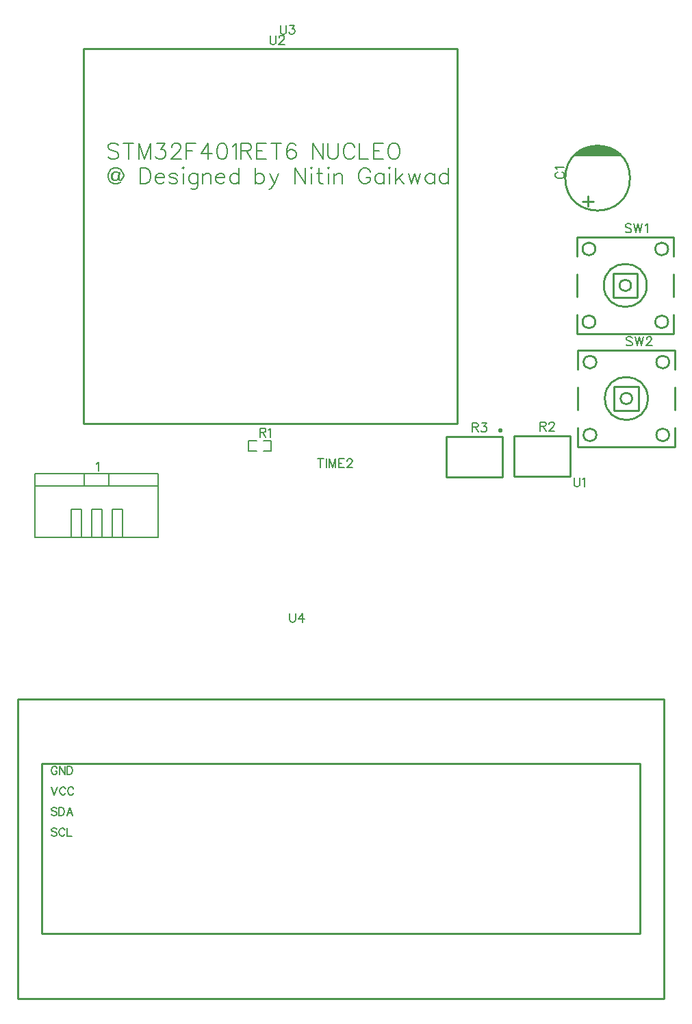
<source format=gto>
G04 Layer: TopSilkLayer*
G04 EasyEDA v6.4.25, 2021-10-17T04:34:47+09:00*
G04 29e239aed29846d893758c3e788ce2c8,c0f7d9c09faf4ba5b776d912e3b4b3b7,10*
G04 Gerber Generator version 0.2*
G04 Scale: 100 percent, Rotated: No, Reflected: No *
G04 Dimensions in millimeters *
G04 leading zeros omitted , absolute positions ,4 integer and 5 decimal *
%FSLAX45Y45*%
%MOMM*%

%ADD10C,0.2540*%
%ADD22C,0.1270*%
%ADD23C,0.1524*%
%ADD24C,0.2032*%

%LPD*%
D23*
X1943100Y7473187D02*
G01*
X1953513Y7478521D01*
X1969008Y7494015D01*
X1969008Y7385050D01*
X7644891Y11076178D02*
G01*
X7634477Y11070844D01*
X7624063Y11060429D01*
X7618984Y11050270D01*
X7618984Y11029442D01*
X7624063Y11019028D01*
X7634477Y11008613D01*
X7644891Y11003279D01*
X7660640Y10998200D01*
X7686547Y10998200D01*
X7702041Y11003279D01*
X7712456Y11008613D01*
X7722870Y11019028D01*
X7727950Y11029442D01*
X7727950Y11050270D01*
X7722870Y11060429D01*
X7712456Y11070844D01*
X7702041Y11076178D01*
X7639811Y11110468D02*
G01*
X7634477Y11120881D01*
X7618984Y11136376D01*
X7727950Y11136376D01*
X3962400Y7913115D02*
G01*
X3962400Y7804150D01*
X3962400Y7913115D02*
G01*
X4009136Y7913115D01*
X4024629Y7908036D01*
X4029963Y7902702D01*
X4035043Y7892287D01*
X4035043Y7881873D01*
X4029963Y7871460D01*
X4024629Y7866379D01*
X4009136Y7861300D01*
X3962400Y7861300D01*
X3998722Y7861300D02*
G01*
X4035043Y7804150D01*
X4069334Y7892287D02*
G01*
X4079747Y7897621D01*
X4095495Y7913115D01*
X4095495Y7804150D01*
X7429500Y7989315D02*
G01*
X7429500Y7880350D01*
X7429500Y7989315D02*
G01*
X7476236Y7989315D01*
X7491729Y7984236D01*
X7497063Y7978902D01*
X7502143Y7968487D01*
X7502143Y7958073D01*
X7497063Y7947660D01*
X7491729Y7942579D01*
X7476236Y7937500D01*
X7429500Y7937500D01*
X7465822Y7937500D02*
G01*
X7502143Y7880350D01*
X7541768Y7963408D02*
G01*
X7541768Y7968487D01*
X7546847Y7978902D01*
X7552181Y7984236D01*
X7562595Y7989315D01*
X7583170Y7989315D01*
X7593584Y7984236D01*
X7598918Y7978902D01*
X7603997Y7968487D01*
X7603997Y7958073D01*
X7598918Y7947660D01*
X7588504Y7932165D01*
X7536434Y7880350D01*
X7609331Y7880350D01*
X6591300Y7976615D02*
G01*
X6591300Y7867650D01*
X6591300Y7976615D02*
G01*
X6638036Y7976615D01*
X6653529Y7971536D01*
X6658863Y7966202D01*
X6663943Y7955787D01*
X6663943Y7945373D01*
X6658863Y7934960D01*
X6653529Y7929879D01*
X6638036Y7924800D01*
X6591300Y7924800D01*
X6627622Y7924800D02*
G01*
X6663943Y7867650D01*
X6708647Y7976615D02*
G01*
X6765797Y7976615D01*
X6734809Y7934960D01*
X6750304Y7934960D01*
X6760718Y7929879D01*
X6765797Y7924800D01*
X6771131Y7909052D01*
X6771131Y7898637D01*
X6765797Y7883144D01*
X6755384Y7872729D01*
X6739890Y7867650D01*
X6724395Y7867650D01*
X6708647Y7872729D01*
X6703568Y7877810D01*
X6698234Y7888223D01*
X8555951Y10423055D02*
G01*
X8545537Y10433469D01*
X8530043Y10438549D01*
X8509215Y10438549D01*
X8493721Y10433469D01*
X8483307Y10423055D01*
X8483307Y10412641D01*
X8488387Y10402227D01*
X8493721Y10396893D01*
X8504135Y10391813D01*
X8535377Y10381399D01*
X8545537Y10376319D01*
X8550871Y10370985D01*
X8555951Y10360571D01*
X8555951Y10345077D01*
X8545537Y10334663D01*
X8530043Y10329583D01*
X8509215Y10329583D01*
X8493721Y10334663D01*
X8483307Y10345077D01*
X8590241Y10438549D02*
G01*
X8616403Y10329583D01*
X8642311Y10438549D02*
G01*
X8616403Y10329583D01*
X8642311Y10438549D02*
G01*
X8668219Y10329583D01*
X8694127Y10438549D02*
G01*
X8668219Y10329583D01*
X8728417Y10417721D02*
G01*
X8738831Y10423055D01*
X8754579Y10438549D01*
X8754579Y10329583D01*
X8568651Y9026055D02*
G01*
X8558237Y9036469D01*
X8542743Y9041549D01*
X8521915Y9041549D01*
X8506421Y9036469D01*
X8496007Y9026055D01*
X8496007Y9015641D01*
X8501087Y9005227D01*
X8506421Y8999893D01*
X8516835Y8994813D01*
X8548077Y8984399D01*
X8558237Y8979319D01*
X8563571Y8973985D01*
X8568651Y8963571D01*
X8568651Y8948077D01*
X8558237Y8937663D01*
X8542743Y8932583D01*
X8521915Y8932583D01*
X8506421Y8937663D01*
X8496007Y8948077D01*
X8602941Y9041549D02*
G01*
X8629103Y8932583D01*
X8655011Y9041549D02*
G01*
X8629103Y8932583D01*
X8655011Y9041549D02*
G01*
X8680919Y8932583D01*
X8706827Y9041549D02*
G01*
X8680919Y8932583D01*
X8746451Y9015641D02*
G01*
X8746451Y9020721D01*
X8751531Y9031135D01*
X8756865Y9036469D01*
X8767279Y9041549D01*
X8788107Y9041549D01*
X8798267Y9036469D01*
X8803601Y9031135D01*
X8808681Y9020721D01*
X8808681Y9010307D01*
X8803601Y8999893D01*
X8793187Y8984399D01*
X8741117Y8932583D01*
X8814015Y8932583D01*
X4712919Y7534536D02*
G01*
X4712919Y7425570D01*
X4676597Y7534536D02*
G01*
X4749241Y7534536D01*
X4783531Y7534536D02*
G01*
X4783531Y7425570D01*
X4817821Y7534536D02*
G01*
X4817821Y7425570D01*
X4817821Y7534536D02*
G01*
X4859477Y7425570D01*
X4901133Y7534536D02*
G01*
X4859477Y7425570D01*
X4901133Y7534536D02*
G01*
X4901133Y7425570D01*
X4935423Y7534536D02*
G01*
X4935423Y7425570D01*
X4935423Y7534536D02*
G01*
X5002987Y7534536D01*
X4935423Y7482720D02*
G01*
X4976825Y7482720D01*
X4935423Y7425570D02*
G01*
X5002987Y7425570D01*
X5042357Y7508628D02*
G01*
X5042357Y7513708D01*
X5047437Y7524122D01*
X5052771Y7529456D01*
X5063185Y7534536D01*
X5084013Y7534536D01*
X5094427Y7529456D01*
X5099507Y7524122D01*
X5104587Y7513708D01*
X5104587Y7503294D01*
X5099507Y7492880D01*
X5089093Y7477386D01*
X5037277Y7425570D01*
X5109921Y7425570D01*
X7848600Y7303515D02*
G01*
X7848600Y7225537D01*
X7853679Y7210044D01*
X7864093Y7199629D01*
X7879841Y7194550D01*
X7890256Y7194550D01*
X7905750Y7199629D01*
X7916163Y7210044D01*
X7921243Y7225537D01*
X7921243Y7303515D01*
X7955534Y7282687D02*
G01*
X7965947Y7288021D01*
X7981695Y7303515D01*
X7981695Y7194550D01*
X4089400Y12764515D02*
G01*
X4089400Y12686537D01*
X4094479Y12671044D01*
X4104893Y12660629D01*
X4120641Y12655550D01*
X4131056Y12655550D01*
X4146550Y12660629D01*
X4156963Y12671044D01*
X4162043Y12686537D01*
X4162043Y12764515D01*
X4201668Y12738608D02*
G01*
X4201668Y12743687D01*
X4206747Y12754102D01*
X4212081Y12759436D01*
X4222495Y12764515D01*
X4243070Y12764515D01*
X4253484Y12759436D01*
X4258818Y12754102D01*
X4263897Y12743687D01*
X4263897Y12733274D01*
X4258818Y12722860D01*
X4248404Y12707365D01*
X4196334Y12655550D01*
X4269231Y12655550D01*
X4330700Y5627115D02*
G01*
X4330700Y5549137D01*
X4335779Y5533644D01*
X4346193Y5523229D01*
X4361941Y5518150D01*
X4372356Y5518150D01*
X4387850Y5523229D01*
X4398263Y5533644D01*
X4403343Y5549137D01*
X4403343Y5627115D01*
X4489704Y5627115D02*
G01*
X4437634Y5554471D01*
X4515611Y5554471D01*
X4489704Y5627115D02*
G01*
X4489704Y5518150D01*
D24*
X1449070Y2958845D02*
G01*
X1439671Y2967989D01*
X1425955Y2972815D01*
X1407413Y2972815D01*
X1393444Y2967989D01*
X1384300Y2958845D01*
X1384300Y2949702D01*
X1388871Y2940304D01*
X1393444Y2935731D01*
X1402842Y2931160D01*
X1430528Y2922015D01*
X1439671Y2917189D01*
X1444244Y2912618D01*
X1449070Y2903473D01*
X1449070Y2889504D01*
X1439671Y2880360D01*
X1425955Y2875787D01*
X1407413Y2875787D01*
X1393444Y2880360D01*
X1384300Y2889504D01*
X1548637Y2949702D02*
G01*
X1544065Y2958845D01*
X1534921Y2967989D01*
X1525523Y2972815D01*
X1507236Y2972815D01*
X1497837Y2967989D01*
X1488694Y2958845D01*
X1484121Y2949702D01*
X1479550Y2935731D01*
X1479550Y2912618D01*
X1484121Y2898902D01*
X1488694Y2889504D01*
X1497837Y2880360D01*
X1507236Y2875787D01*
X1525523Y2875787D01*
X1534921Y2880360D01*
X1544065Y2889504D01*
X1548637Y2898902D01*
X1579118Y2972815D02*
G01*
X1579118Y2875787D01*
X1579118Y2875787D02*
G01*
X1634489Y2875787D01*
X1449070Y3212845D02*
G01*
X1439671Y3221989D01*
X1425955Y3226815D01*
X1407413Y3226815D01*
X1393444Y3221989D01*
X1384300Y3212845D01*
X1384300Y3203702D01*
X1388871Y3194304D01*
X1393444Y3189731D01*
X1402842Y3185160D01*
X1430528Y3176015D01*
X1439671Y3171189D01*
X1444244Y3166618D01*
X1449070Y3157473D01*
X1449070Y3143504D01*
X1439671Y3134360D01*
X1425955Y3129787D01*
X1407413Y3129787D01*
X1393444Y3134360D01*
X1384300Y3143504D01*
X1479550Y3226815D02*
G01*
X1479550Y3129787D01*
X1479550Y3226815D02*
G01*
X1511807Y3226815D01*
X1525523Y3221989D01*
X1534921Y3212845D01*
X1539494Y3203702D01*
X1544065Y3189731D01*
X1544065Y3166618D01*
X1539494Y3152902D01*
X1534921Y3143504D01*
X1525523Y3134360D01*
X1511807Y3129787D01*
X1479550Y3129787D01*
X1611629Y3226815D02*
G01*
X1574545Y3129787D01*
X1611629Y3226815D02*
G01*
X1648460Y3129787D01*
X1588515Y3162045D02*
G01*
X1634489Y3162045D01*
X1384300Y3480815D02*
G01*
X1421129Y3383787D01*
X1458213Y3480815D02*
G01*
X1421129Y3383787D01*
X1558036Y3457702D02*
G01*
X1553210Y3466845D01*
X1544065Y3475989D01*
X1534921Y3480815D01*
X1516379Y3480815D01*
X1507236Y3475989D01*
X1497837Y3466845D01*
X1493265Y3457702D01*
X1488694Y3443731D01*
X1488694Y3420618D01*
X1493265Y3406902D01*
X1497837Y3397504D01*
X1507236Y3388360D01*
X1516379Y3383787D01*
X1534921Y3383787D01*
X1544065Y3388360D01*
X1553210Y3397504D01*
X1558036Y3406902D01*
X1657604Y3457702D02*
G01*
X1653031Y3466845D01*
X1643887Y3475989D01*
X1634489Y3480815D01*
X1616202Y3480815D01*
X1606804Y3475989D01*
X1597660Y3466845D01*
X1593087Y3457702D01*
X1588515Y3443731D01*
X1588515Y3420618D01*
X1593087Y3406902D01*
X1597660Y3397504D01*
X1606804Y3388360D01*
X1616202Y3383787D01*
X1634489Y3383787D01*
X1643887Y3388360D01*
X1653031Y3397504D01*
X1657604Y3406902D01*
X1453642Y3711702D02*
G01*
X1449070Y3720845D01*
X1439671Y3729989D01*
X1430528Y3734815D01*
X1411986Y3734815D01*
X1402842Y3729989D01*
X1393444Y3720845D01*
X1388871Y3711702D01*
X1384300Y3697731D01*
X1384300Y3674618D01*
X1388871Y3660902D01*
X1393444Y3651504D01*
X1402842Y3642360D01*
X1411986Y3637787D01*
X1430528Y3637787D01*
X1439671Y3642360D01*
X1449070Y3651504D01*
X1453642Y3660902D01*
X1453642Y3674618D01*
X1430528Y3674618D02*
G01*
X1453642Y3674618D01*
X1484121Y3734815D02*
G01*
X1484121Y3637787D01*
X1484121Y3734815D02*
G01*
X1548637Y3637787D01*
X1548637Y3734815D02*
G01*
X1548637Y3637787D01*
X1579118Y3734815D02*
G01*
X1579118Y3637787D01*
X1579118Y3734815D02*
G01*
X1611629Y3734815D01*
X1625345Y3729989D01*
X1634489Y3720845D01*
X1639315Y3711702D01*
X1643887Y3697731D01*
X1643887Y3674618D01*
X1639315Y3660902D01*
X1634489Y3651504D01*
X1625345Y3642360D01*
X1611629Y3637787D01*
X1579118Y3637787D01*
D23*
X4216400Y12891515D02*
G01*
X4216400Y12813537D01*
X4221479Y12798044D01*
X4231893Y12787629D01*
X4247641Y12782550D01*
X4258056Y12782550D01*
X4273550Y12787629D01*
X4283963Y12798044D01*
X4289043Y12813537D01*
X4289043Y12891515D01*
X4333747Y12891515D02*
G01*
X4390897Y12891515D01*
X4359909Y12849860D01*
X4375404Y12849860D01*
X4385818Y12844779D01*
X4390897Y12839700D01*
X4396231Y12823952D01*
X4396231Y12813537D01*
X4390897Y12798044D01*
X4380484Y12787629D01*
X4364990Y12782550D01*
X4349495Y12782550D01*
X4333747Y12787629D01*
X4328668Y12792710D01*
X4323334Y12803124D01*
D24*
X2212086Y11404092D02*
G01*
X2193543Y11422634D01*
X2165858Y11431778D01*
X2129027Y11431778D01*
X2101341Y11422634D01*
X2082800Y11404092D01*
X2082800Y11385550D01*
X2091943Y11367262D01*
X2101341Y11357863D01*
X2119629Y11348720D01*
X2175256Y11330178D01*
X2193543Y11321034D01*
X2202941Y11311889D01*
X2212086Y11293347D01*
X2212086Y11265662D01*
X2193543Y11247120D01*
X2165858Y11237976D01*
X2129027Y11237976D01*
X2101341Y11247120D01*
X2082800Y11265662D01*
X2337815Y11431778D02*
G01*
X2337815Y11237976D01*
X2273045Y11431778D02*
G01*
X2402331Y11431778D01*
X2463291Y11431778D02*
G01*
X2463291Y11237976D01*
X2463291Y11431778D02*
G01*
X2537206Y11237976D01*
X2611120Y11431778D02*
G01*
X2537206Y11237976D01*
X2611120Y11431778D02*
G01*
X2611120Y11237976D01*
X2690622Y11431778D02*
G01*
X2792222Y11431778D01*
X2736850Y11357863D01*
X2764536Y11357863D01*
X2782824Y11348720D01*
X2792222Y11339576D01*
X2801365Y11311889D01*
X2801365Y11293347D01*
X2792222Y11265662D01*
X2773679Y11247120D01*
X2745993Y11237976D01*
X2718308Y11237976D01*
X2690622Y11247120D01*
X2681224Y11256263D01*
X2672079Y11274805D01*
X2871470Y11385550D02*
G01*
X2871470Y11394947D01*
X2880868Y11413489D01*
X2890011Y11422634D01*
X2908554Y11431778D01*
X2945384Y11431778D01*
X2963925Y11422634D01*
X2973070Y11413489D01*
X2982468Y11394947D01*
X2982468Y11376405D01*
X2973070Y11357863D01*
X2954781Y11330178D01*
X2862325Y11237976D01*
X2991611Y11237976D01*
X3052572Y11431778D02*
G01*
X3052572Y11237976D01*
X3052572Y11431778D02*
G01*
X3172713Y11431778D01*
X3052572Y11339576D02*
G01*
X3126486Y11339576D01*
X3326129Y11431778D02*
G01*
X3233674Y11302492D01*
X3372104Y11302492D01*
X3326129Y11431778D02*
G01*
X3326129Y11237976D01*
X3488690Y11431778D02*
G01*
X3460750Y11422634D01*
X3442461Y11394947D01*
X3433063Y11348720D01*
X3433063Y11321034D01*
X3442461Y11274805D01*
X3460750Y11247120D01*
X3488690Y11237976D01*
X3506977Y11237976D01*
X3534663Y11247120D01*
X3553206Y11274805D01*
X3562350Y11321034D01*
X3562350Y11348720D01*
X3553206Y11394947D01*
X3534663Y11422634D01*
X3506977Y11431778D01*
X3488690Y11431778D01*
X3623309Y11394947D02*
G01*
X3641852Y11404092D01*
X3669538Y11431778D01*
X3669538Y11237976D01*
X3730497Y11431778D02*
G01*
X3730497Y11237976D01*
X3730497Y11431778D02*
G01*
X3813809Y11431778D01*
X3841495Y11422634D01*
X3850640Y11413489D01*
X3859784Y11394947D01*
X3859784Y11376405D01*
X3850640Y11357863D01*
X3841495Y11348720D01*
X3813809Y11339576D01*
X3730497Y11339576D01*
X3795268Y11339576D02*
G01*
X3859784Y11237976D01*
X3920743Y11431778D02*
G01*
X3920743Y11237976D01*
X3920743Y11431778D02*
G01*
X4040886Y11431778D01*
X3920743Y11339576D02*
G01*
X3994658Y11339576D01*
X3920743Y11237976D02*
G01*
X4040886Y11237976D01*
X4166615Y11431778D02*
G01*
X4166615Y11237976D01*
X4101845Y11431778D02*
G01*
X4231131Y11431778D01*
X4403090Y11404092D02*
G01*
X4393691Y11422634D01*
X4366006Y11431778D01*
X4347463Y11431778D01*
X4319777Y11422634D01*
X4301490Y11394947D01*
X4292091Y11348720D01*
X4292091Y11302492D01*
X4301490Y11265662D01*
X4319777Y11247120D01*
X4347463Y11237976D01*
X4356861Y11237976D01*
X4384547Y11247120D01*
X4403090Y11265662D01*
X4412234Y11293347D01*
X4412234Y11302492D01*
X4403090Y11330178D01*
X4384547Y11348720D01*
X4356861Y11357863D01*
X4347463Y11357863D01*
X4319777Y11348720D01*
X4301490Y11330178D01*
X4292091Y11302492D01*
X4615434Y11431778D02*
G01*
X4615434Y11237976D01*
X4615434Y11431778D02*
G01*
X4744720Y11237976D01*
X4744720Y11431778D02*
G01*
X4744720Y11237976D01*
X4805679Y11431778D02*
G01*
X4805679Y11293347D01*
X4814824Y11265662D01*
X4833365Y11247120D01*
X4861052Y11237976D01*
X4879593Y11237976D01*
X4907279Y11247120D01*
X4925822Y11265662D01*
X4934965Y11293347D01*
X4934965Y11431778D01*
X5134609Y11385550D02*
G01*
X5125211Y11404092D01*
X5106670Y11422634D01*
X5088381Y11431778D01*
X5051297Y11431778D01*
X5033009Y11422634D01*
X5014468Y11404092D01*
X5005070Y11385550D01*
X4995925Y11357863D01*
X4995925Y11311889D01*
X5005070Y11283950D01*
X5014468Y11265662D01*
X5033009Y11247120D01*
X5051297Y11237976D01*
X5088381Y11237976D01*
X5106670Y11247120D01*
X5125211Y11265662D01*
X5134609Y11283950D01*
X5195570Y11431778D02*
G01*
X5195570Y11237976D01*
X5195570Y11237976D02*
G01*
X5306313Y11237976D01*
X5367274Y11431778D02*
G01*
X5367274Y11237976D01*
X5367274Y11431778D02*
G01*
X5487415Y11431778D01*
X5367274Y11339576D02*
G01*
X5441188Y11339576D01*
X5367274Y11237976D02*
G01*
X5487415Y11237976D01*
X5603747Y11431778D02*
G01*
X5585206Y11422634D01*
X5566663Y11404092D01*
X5557520Y11385550D01*
X5548375Y11357863D01*
X5548375Y11311889D01*
X5557520Y11283950D01*
X5566663Y11265662D01*
X5585206Y11247120D01*
X5603747Y11237976D01*
X5640577Y11237976D01*
X5659120Y11247120D01*
X5677661Y11265662D01*
X5686806Y11283950D01*
X5695950Y11311889D01*
X5695950Y11357863D01*
X5686806Y11385550D01*
X5677661Y11404092D01*
X5659120Y11422634D01*
X5640577Y11431778D01*
X5603747Y11431778D01*
X2221229Y11053063D02*
G01*
X2212086Y11071605D01*
X2193543Y11080750D01*
X2165858Y11080750D01*
X2147570Y11071605D01*
X2138172Y11062462D01*
X2129027Y11034776D01*
X2129027Y11007089D01*
X2138172Y10988547D01*
X2156713Y10979150D01*
X2184400Y10979150D01*
X2202941Y10988547D01*
X2212086Y11007089D01*
X2165858Y11080750D02*
G01*
X2147570Y11062462D01*
X2138172Y11034776D01*
X2138172Y11007089D01*
X2147570Y10988547D01*
X2156713Y10979150D01*
X2221229Y11080750D02*
G01*
X2212086Y11007089D01*
X2212086Y10988547D01*
X2230627Y10979150D01*
X2249170Y10979150D01*
X2267458Y10997692D01*
X2276856Y11025378D01*
X2276856Y11043920D01*
X2267458Y11071605D01*
X2258313Y11090147D01*
X2239772Y11108689D01*
X2221229Y11117834D01*
X2193543Y11126978D01*
X2165858Y11126978D01*
X2138172Y11117834D01*
X2119629Y11108689D01*
X2101341Y11090147D01*
X2091943Y11071605D01*
X2082800Y11043920D01*
X2082800Y11016234D01*
X2091943Y10988547D01*
X2101341Y10970005D01*
X2119629Y10951463D01*
X2138172Y10942320D01*
X2165858Y10933176D01*
X2193543Y10933176D01*
X2221229Y10942320D01*
X2239772Y10951463D01*
X2249170Y10960862D01*
X2230627Y11080750D02*
G01*
X2221229Y11007089D01*
X2221229Y10988547D01*
X2230627Y10979150D01*
X2480056Y11126978D02*
G01*
X2480056Y10933176D01*
X2480056Y11126978D02*
G01*
X2544572Y11126978D01*
X2572258Y11117834D01*
X2590800Y11099292D01*
X2599943Y11080750D01*
X2609341Y11053063D01*
X2609341Y11007089D01*
X2599943Y10979150D01*
X2590800Y10960862D01*
X2572258Y10942320D01*
X2544572Y10933176D01*
X2480056Y10933176D01*
X2670302Y11007089D02*
G01*
X2781045Y11007089D01*
X2781045Y11025378D01*
X2771902Y11043920D01*
X2762504Y11053063D01*
X2744215Y11062462D01*
X2716529Y11062462D01*
X2697988Y11053063D01*
X2679445Y11034776D01*
X2670302Y11007089D01*
X2670302Y10988547D01*
X2679445Y10960862D01*
X2697988Y10942320D01*
X2716529Y10933176D01*
X2744215Y10933176D01*
X2762504Y10942320D01*
X2781045Y10960862D01*
X2943606Y11034776D02*
G01*
X2934461Y11053063D01*
X2906775Y11062462D01*
X2879090Y11062462D01*
X2851150Y11053063D01*
X2842006Y11034776D01*
X2851150Y11016234D01*
X2869691Y11007089D01*
X2915920Y10997692D01*
X2934461Y10988547D01*
X2943606Y10970005D01*
X2943606Y10960862D01*
X2934461Y10942320D01*
X2906775Y10933176D01*
X2879090Y10933176D01*
X2851150Y10942320D01*
X2842006Y10960862D01*
X3004565Y11126978D02*
G01*
X3013709Y11117834D01*
X3023108Y11126978D01*
X3013709Y11136376D01*
X3004565Y11126978D01*
X3013709Y11062462D02*
G01*
X3013709Y10933176D01*
X3194811Y11062462D02*
G01*
X3194811Y10914634D01*
X3185668Y10886947D01*
X3176270Y10877550D01*
X3157981Y10868405D01*
X3130295Y10868405D01*
X3111754Y10877550D01*
X3194811Y11034776D02*
G01*
X3176270Y11053063D01*
X3157981Y11062462D01*
X3130295Y11062462D01*
X3111754Y11053063D01*
X3093211Y11034776D01*
X3084068Y11007089D01*
X3084068Y10988547D01*
X3093211Y10960862D01*
X3111754Y10942320D01*
X3130295Y10933176D01*
X3157981Y10933176D01*
X3176270Y10942320D01*
X3194811Y10960862D01*
X3255772Y11062462D02*
G01*
X3255772Y10933176D01*
X3255772Y11025378D02*
G01*
X3283458Y11053063D01*
X3302000Y11062462D01*
X3329686Y11062462D01*
X3348227Y11053063D01*
X3357372Y11025378D01*
X3357372Y10933176D01*
X3418331Y11007089D02*
G01*
X3529329Y11007089D01*
X3529329Y11025378D01*
X3519931Y11043920D01*
X3510788Y11053063D01*
X3492245Y11062462D01*
X3464559Y11062462D01*
X3446018Y11053063D01*
X3427729Y11034776D01*
X3418331Y11007089D01*
X3418331Y10988547D01*
X3427729Y10960862D01*
X3446018Y10942320D01*
X3464559Y10933176D01*
X3492245Y10933176D01*
X3510788Y10942320D01*
X3529329Y10960862D01*
X3701034Y11126978D02*
G01*
X3701034Y10933176D01*
X3701034Y11034776D02*
G01*
X3682491Y11053063D01*
X3663950Y11062462D01*
X3636263Y11062462D01*
X3617975Y11053063D01*
X3599434Y11034776D01*
X3590290Y11007089D01*
X3590290Y10988547D01*
X3599434Y10960862D01*
X3617975Y10942320D01*
X3636263Y10933176D01*
X3663950Y10933176D01*
X3682491Y10942320D01*
X3701034Y10960862D01*
X3904234Y11126978D02*
G01*
X3904234Y10933176D01*
X3904234Y11034776D02*
G01*
X3922775Y11053063D01*
X3941063Y11062462D01*
X3968750Y11062462D01*
X3987291Y11053063D01*
X4005834Y11034776D01*
X4014977Y11007089D01*
X4014977Y10988547D01*
X4005834Y10960862D01*
X3987291Y10942320D01*
X3968750Y10933176D01*
X3941063Y10933176D01*
X3922775Y10942320D01*
X3904234Y10960862D01*
X4085336Y11062462D02*
G01*
X4140708Y10933176D01*
X4196079Y11062462D02*
G01*
X4140708Y10933176D01*
X4122165Y10896092D01*
X4103624Y10877550D01*
X4085336Y10868405D01*
X4075938Y10868405D01*
X4399279Y11126978D02*
G01*
X4399279Y10933176D01*
X4399279Y11126978D02*
G01*
X4528565Y10933176D01*
X4528565Y11126978D02*
G01*
X4528565Y10933176D01*
X4589525Y11126978D02*
G01*
X4598670Y11117834D01*
X4608068Y11126978D01*
X4598670Y11136376D01*
X4589525Y11126978D01*
X4598670Y11062462D02*
G01*
X4598670Y10933176D01*
X4696713Y11126978D02*
G01*
X4696713Y10970005D01*
X4705858Y10942320D01*
X4724400Y10933176D01*
X4742941Y10933176D01*
X4669027Y11062462D02*
G01*
X4733543Y11062462D01*
X4803902Y11126978D02*
G01*
X4813045Y11117834D01*
X4822190Y11126978D01*
X4813045Y11136376D01*
X4803902Y11126978D01*
X4813045Y11062462D02*
G01*
X4813045Y10933176D01*
X4883150Y11062462D02*
G01*
X4883150Y10933176D01*
X4883150Y11025378D02*
G01*
X4911090Y11053063D01*
X4929377Y11062462D01*
X4957063Y11062462D01*
X4975606Y11053063D01*
X4984750Y11025378D01*
X4984750Y10933176D01*
X5326634Y11080750D02*
G01*
X5317490Y11099292D01*
X5298947Y11117834D01*
X5280406Y11126978D01*
X5243575Y11126978D01*
X5225034Y11117834D01*
X5206491Y11099292D01*
X5197347Y11080750D01*
X5187950Y11053063D01*
X5187950Y11007089D01*
X5197347Y10979150D01*
X5206491Y10960862D01*
X5225034Y10942320D01*
X5243575Y10933176D01*
X5280406Y10933176D01*
X5298947Y10942320D01*
X5317490Y10960862D01*
X5326634Y10979150D01*
X5326634Y11007089D01*
X5280406Y11007089D02*
G01*
X5326634Y11007089D01*
X5498338Y11062462D02*
G01*
X5498338Y10933176D01*
X5498338Y11034776D02*
G01*
X5480050Y11053063D01*
X5461508Y11062462D01*
X5433822Y11062462D01*
X5415279Y11053063D01*
X5396738Y11034776D01*
X5387593Y11007089D01*
X5387593Y10988547D01*
X5396738Y10960862D01*
X5415279Y10942320D01*
X5433822Y10933176D01*
X5461508Y10933176D01*
X5480050Y10942320D01*
X5498338Y10960862D01*
X5559297Y11126978D02*
G01*
X5568695Y11117834D01*
X5577840Y11126978D01*
X5568695Y11136376D01*
X5559297Y11126978D01*
X5568695Y11062462D02*
G01*
X5568695Y10933176D01*
X5638800Y11126978D02*
G01*
X5638800Y10933176D01*
X5731256Y11062462D02*
G01*
X5638800Y10970005D01*
X5675629Y11007089D02*
G01*
X5740400Y10933176D01*
X5801359Y11062462D02*
G01*
X5838190Y10933176D01*
X5875274Y11062462D02*
G01*
X5838190Y10933176D01*
X5875274Y11062462D02*
G01*
X5912104Y10933176D01*
X5949188Y11062462D02*
G01*
X5912104Y10933176D01*
X6120891Y11062462D02*
G01*
X6120891Y10933176D01*
X6120891Y11034776D02*
G01*
X6102350Y11053063D01*
X6084061Y11062462D01*
X6056375Y11062462D01*
X6037834Y11053063D01*
X6019291Y11034776D01*
X6010147Y11007089D01*
X6010147Y10988547D01*
X6019291Y10960862D01*
X6037834Y10942320D01*
X6056375Y10933176D01*
X6084061Y10933176D01*
X6102350Y10942320D01*
X6120891Y10960862D01*
X6292850Y11126978D02*
G01*
X6292850Y10933176D01*
X6292850Y11034776D02*
G01*
X6274308Y11053063D01*
X6255765Y11062462D01*
X6228079Y11062462D01*
X6209538Y11053063D01*
X6191250Y11034776D01*
X6181852Y11007089D01*
X6181852Y10988547D01*
X6191250Y10960862D01*
X6209538Y10942320D01*
X6228079Y10933176D01*
X6255765Y10933176D01*
X6274308Y10942320D01*
X6292850Y10960862D01*
G36*
X8140700Y11393220D02*
G01*
X8121802Y11392814D01*
X8102904Y11391544D01*
X8084108Y11389512D01*
X8065414Y11386616D01*
X8046872Y11382959D01*
X8028482Y11378488D01*
X8010296Y11373205D01*
X7992414Y11367160D01*
X7974787Y11360302D01*
X7957464Y11352733D01*
X7940446Y11344351D01*
X7923885Y11335308D01*
X7907680Y11325504D01*
X7891932Y11315039D01*
X7876641Y11303914D01*
X7861858Y11292078D01*
X7847634Y11279632D01*
X7840725Y11273180D01*
X8440674Y11273180D01*
X8426704Y11285931D01*
X8412226Y11298072D01*
X8397189Y11309553D01*
X8381644Y11320373D01*
X8365693Y11330482D01*
X8349284Y11339931D01*
X8332470Y11348618D01*
X8315350Y11356594D01*
X8297875Y11363807D01*
X8280095Y11370259D01*
X8262010Y11375948D01*
X8243773Y11380825D01*
X8225281Y11384889D01*
X8206638Y11388191D01*
X8187893Y11390630D01*
X8169046Y11392255D01*
X8150148Y11393119D01*
G37*
D22*
X1181100Y7353300D02*
G01*
X1790700Y7353300D01*
X2095500Y7353300D01*
X2705100Y7353300D01*
X2705100Y7200900D01*
X2705100Y6565900D01*
X2260600Y6565900D01*
X2133600Y6565900D01*
X2006600Y6565900D01*
X1879600Y6565900D01*
X1752600Y6565900D01*
X1625600Y6565900D01*
X1181100Y6565900D01*
X1181100Y7200900D01*
X1181100Y7353300D01*
X1879600Y6565900D02*
G01*
X1879600Y6908800D01*
X2006600Y6908800D01*
X2006600Y6565900D01*
X1625600Y6565900D02*
G01*
X1625600Y6908800D01*
X1752600Y6908800D01*
X1752600Y6565900D01*
X2133600Y6565900D02*
G01*
X2133600Y6908800D01*
X2260600Y6908800D01*
X2260600Y6565900D01*
X1181100Y7200900D02*
G01*
X1790700Y7200900D01*
X2095500Y7200900D01*
X2705100Y7200900D01*
X1790700Y7200900D02*
G01*
X1790700Y7353300D01*
X2095500Y7200900D02*
G01*
X2095500Y7353300D01*
D10*
X8020700Y10778200D02*
G01*
X8020700Y10653740D01*
X8088010Y10715970D02*
G01*
X7953390Y10715970D01*
D23*
X4005021Y7630139D02*
G01*
X4100908Y7630139D01*
X4100908Y7762260D01*
X4005021Y7762260D01*
X3919778Y7630139D02*
G01*
X3823891Y7630139D01*
X3823891Y7762260D01*
X3919778Y7762260D01*
D10*
X7104913Y7819186D02*
G01*
X7804911Y7819186D01*
X7804911Y7319187D01*
X7104913Y7319187D01*
X7104913Y7819186D01*
X6266713Y7806486D02*
G01*
X6966711Y7806486D01*
X6966711Y7306487D01*
X6266713Y7306487D01*
X6266713Y7806486D01*
X9083598Y10037709D02*
G01*
X9083598Y10277414D01*
X9083598Y9537710D02*
G01*
X9083598Y9817089D01*
X7883611Y9317093D02*
G01*
X7883611Y9077401D01*
X9083598Y9077401D01*
X9083598Y9317090D01*
X7883611Y9817092D02*
G01*
X7883611Y9537707D01*
X7883611Y10277414D02*
G01*
X7883611Y10037706D01*
X9083606Y10277414D02*
G01*
X7883611Y10277414D01*
X8333600Y9827399D02*
G01*
X8633599Y9827399D01*
X8633599Y9527400D01*
X8333600Y9527400D01*
X8333600Y9827399D01*
X9096298Y8640709D02*
G01*
X9096298Y8880414D01*
X9096298Y8140710D02*
G01*
X9096298Y8420089D01*
X7896311Y7920093D02*
G01*
X7896311Y7680401D01*
X9096298Y7680401D01*
X9096298Y7920090D01*
X7896311Y8420092D02*
G01*
X7896311Y8140707D01*
X7896311Y8880414D02*
G01*
X7896311Y8640706D01*
X9096306Y8880414D02*
G01*
X7896311Y8880414D01*
X8346300Y8430399D02*
G01*
X8646299Y8430399D01*
X8646299Y8130400D01*
X8346300Y8130400D01*
X8346300Y8430399D01*
X1778000Y12598654D02*
G01*
X6364224Y12598654D01*
X6407988Y12598400D01*
X6407911Y12598654D01*
X1778000Y7968411D02*
G01*
X1778000Y12598654D01*
X6407988Y7968411D02*
G01*
X6407988Y12598552D01*
X1778127Y7968411D02*
G01*
X6407988Y7968411D01*
X965149Y4567453D02*
G01*
X965149Y867435D01*
X8965285Y867435D01*
X8965285Y4567453D01*
X965149Y4567453D01*
X1265301Y3767201D02*
G01*
X8665286Y3767201D01*
X8665286Y1667205D01*
X1265301Y1667205D01*
X1265301Y3767201D01*
X965301Y4567199D02*
G01*
X8965285Y4567199D01*
X6921500Y7899400D02*
G01*
X6946900Y7899400D01*
X6946900Y7874000D01*
X6921500Y7874000D01*
X6921500Y7899400D01*
G75*
G01*
X7740650Y10998454D02*
G03*
X7740650Y11005566I399984J3556D01*
G75*
G01
X8554339Y9677400D02*
G03X8554339Y9677400I-70714J0D01*
G75*
G01
X8749386Y9677400D02*
G03X8749386Y9677400I-265760J0D01*
G75*
G01
X9012707Y10127386D02*
G03X9012707Y10127386I-79096J0D01*
G75*
G01
X9012707Y9227388D02*
G03X9012707Y9227388I-79096J0D01*
G75*
G01
X8112709Y9227388D02*
G03X8112709Y9227388I-79096J0D01*
G75*
G01
X8112709Y10127386D02*
G03X8112709Y10127386I-79096J0D01*
G75*
G01
X8567039Y8280400D02*
G03X8567039Y8280400I-70714J0D01*
G75*
G01
X8762086Y8280400D02*
G03X8762086Y8280400I-265760J0D01*
G75*
G01
X9025407Y8730386D02*
G03X9025407Y8730386I-79096J0D01*
G75*
G01
X9025407Y7830388D02*
G03X9025407Y7830388I-79096J0D01*
G75*
G01
X8125409Y7830388D02*
G03X8125409Y7830388I-79096J0D01*
G75*
G01
X8125409Y8730386D02*
G03X8125409Y8730386I-79096J0D01*
M02*

</source>
